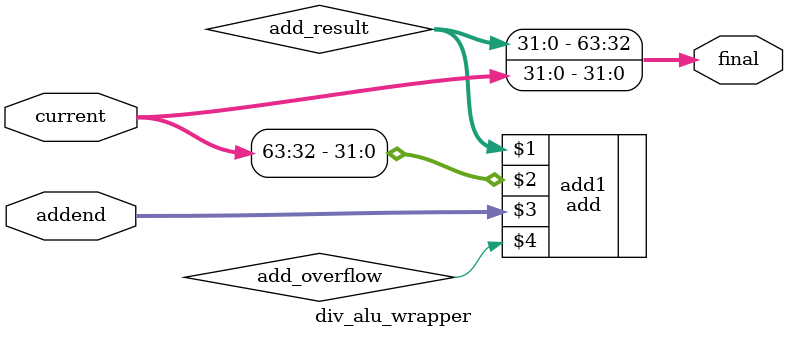
<source format=v>
module div_alu_wrapper(final, current, addend);
    input [63:0] current;
    input [31:0] addend;
    output [63:0] final;

    wire [31:0] add_result;
    wire add_overflow;

    add add1(add_result, current[63:32], addend, add_overflow);

    assign final[63:32] = add_result;
    assign final[31:0] = current[31:0];
endmodule
</source>
